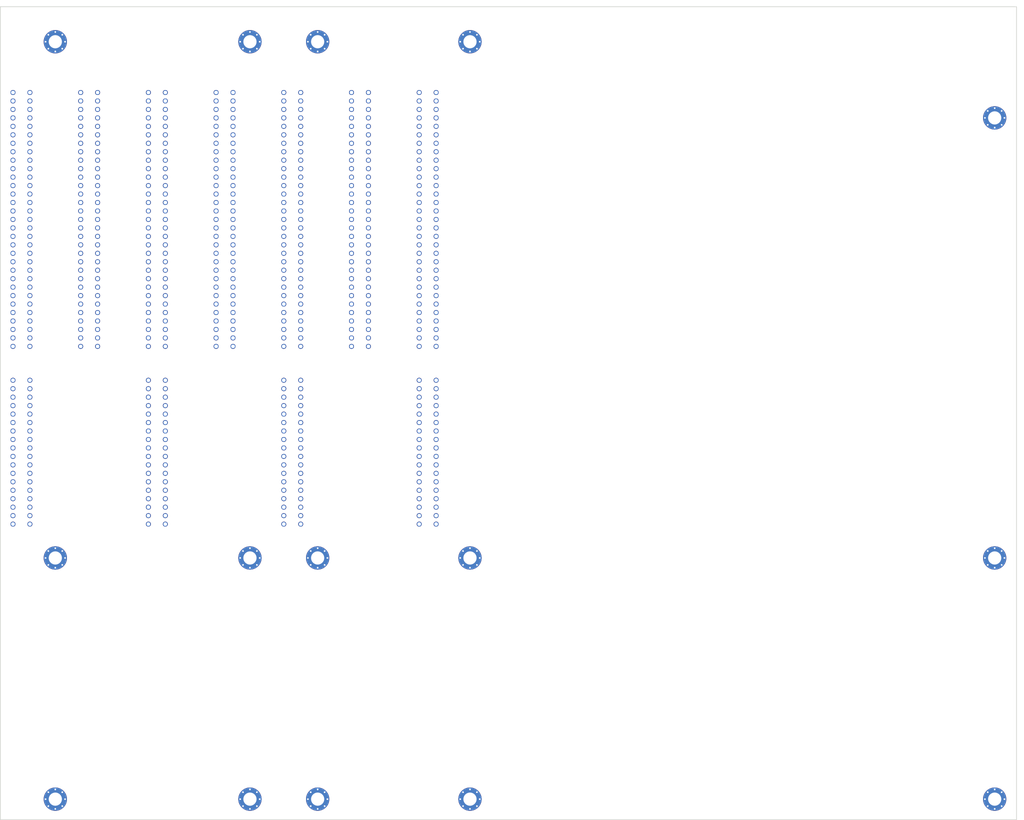
<source format=kicad_pcb>
(kicad_pcb (version 20240108) (generator "pcbnew") (generator_version "8.0")
  (footprint "16bISA" (layer "F.Cu") (at 111.7552 15.24 0))
  (footprint "8bISA" (layer "F.Cu") (at 91.4352 15.24 0))
  (footprint "16bISA" (layer "F.Cu") (at 71.1152 15.24 0))
  (footprint "8bISA" (layer "F.Cu") (at 50.7952 15.24 0))
  (footprint "16bISA" (layer "F.Cu") (at 30.4752 15.24 0))
  (footprint "8bISA" (layer "F.Cu") (at 10.1552 15.24 0))
  (footprint "16bISA" (layer "F.Cu") (at -10.1648 15.24 0))
  (footprint "HOLE" (layer "F.Cu") (at 0 0 0))
  (footprint "HOLE" (layer "F.Cu") (at 58.42 0 0))
  (footprint "HOLE" (layer "F.Cu") (at 78.74 0 0))
  (footprint "HOLE" (layer "F.Cu") (at 124.46 0 0))
  (footprint "HOLE" (layer "F.Cu") (at 281.94 22.86 0))
  (footprint "HOLE" (layer "F.Cu") (at 0 154.94 0))
  (footprint "HOLE" (layer "F.Cu") (at 58.42 154.94 0))
  (footprint "HOLE" (layer "F.Cu") (at 78.74 154.94 0))
  (footprint "HOLE" (layer "F.Cu") (at 124.46 154.94 0))
  (footprint "HOLE" (layer "F.Cu") (at 281.94 154.94 0))
  (footprint "HOLE" (layer "F.Cu") (at 0 227.33 0))
  (footprint "HOLE" (layer "F.Cu") (at 58.42 227.33 0))
  (footprint "HOLE" (layer "F.Cu") (at 78.74 227.33 0))
  (footprint "HOLE" (layer "F.Cu") (at 124.46 227.33 0))
  (footprint "HOLE" (layer "F.Cu") (at 281.94 227.33 0))
  (gr_rect (start 288.5 -10.5) (end -16.5 233.5) (stroke (width 0.2)) (fill none) (layer "Edge.Cuts"))
)
</source>
